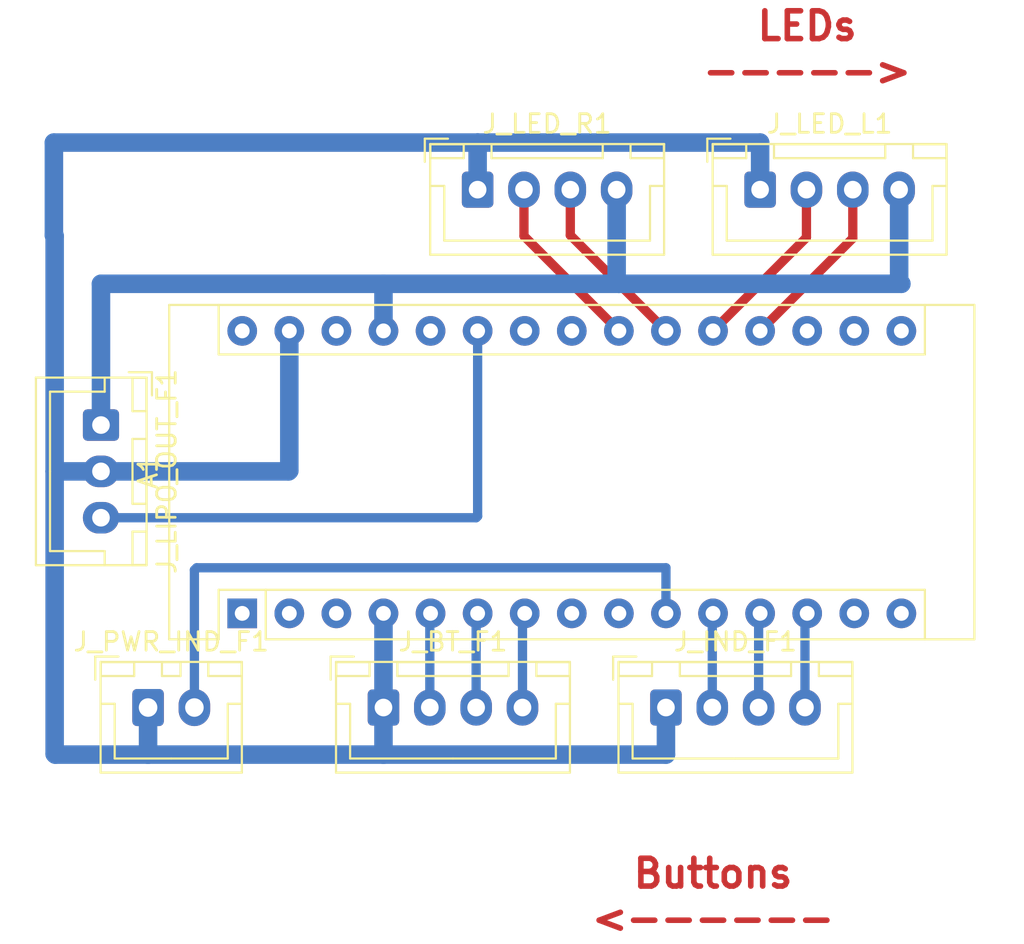
<source format=kicad_pcb>
(kicad_pcb (version 20171130) (host pcbnew "(5.1.0)-1")

  (general
    (thickness 1.6)
    (drawings 2)
    (tracks 58)
    (zones 0)
    (modules 7)
    (nets 30)
  )

  (page A4)
  (layers
    (0 F.Cu signal)
    (31 B.Cu signal)
    (32 B.Adhes user)
    (33 F.Adhes user)
    (34 B.Paste user)
    (35 F.Paste user)
    (36 B.SilkS user)
    (37 F.SilkS user)
    (38 B.Mask user)
    (39 F.Mask user)
    (40 Dwgs.User user)
    (41 Cmts.User user)
    (42 Eco1.User user)
    (43 Eco2.User user)
    (44 Edge.Cuts user)
    (45 Margin user)
    (46 B.CrtYd user)
    (47 F.CrtYd user)
    (48 B.Fab user)
    (49 F.Fab user)
  )

  (setup
    (last_trace_width 0.5)
    (user_trace_width 1)
    (trace_clearance 0.3)
    (zone_clearance 0.508)
    (zone_45_only no)
    (trace_min 0.2)
    (via_size 0.8)
    (via_drill 0.4)
    (via_min_size 0.4)
    (via_min_drill 0.3)
    (uvia_size 0.3)
    (uvia_drill 0.1)
    (uvias_allowed no)
    (uvia_min_size 0.2)
    (uvia_min_drill 0.1)
    (edge_width 0.05)
    (segment_width 0.2)
    (pcb_text_width 0.3)
    (pcb_text_size 1.5 1.5)
    (mod_edge_width 0.12)
    (mod_text_size 1 1)
    (mod_text_width 0.15)
    (pad_size 1.524 1.524)
    (pad_drill 0.762)
    (pad_to_mask_clearance 0.051)
    (solder_mask_min_width 0.25)
    (aux_axis_origin 0 0)
    (visible_elements FFFFFF7F)
    (pcbplotparams
      (layerselection 0x010fc_ffffffff)
      (usegerberextensions false)
      (usegerberattributes false)
      (usegerberadvancedattributes false)
      (creategerberjobfile false)
      (excludeedgelayer true)
      (linewidth 0.100000)
      (plotframeref false)
      (viasonmask false)
      (mode 1)
      (useauxorigin false)
      (hpglpennumber 1)
      (hpglpenspeed 20)
      (hpglpendiameter 15.000000)
      (psnegative false)
      (psa4output false)
      (plotreference true)
      (plotvalue true)
      (plotinvisibletext false)
      (padsonsilk false)
      (subtractmaskfromsilk false)
      (outputformat 1)
      (mirror false)
      (drillshape 1)
      (scaleselection 1)
      (outputdirectory ""))
  )

  (net 0 "")
  (net 1 "Net-(A1-Pad16)")
  (net 2 "Net-(A1-Pad15)")
  (net 3 "Net-(A1-Pad30)")
  (net 4 "Net-(A1-Pad14)")
  (net 5 GND)
  (net 6 BT_RIGHT_IND)
  (net 7 "Net-(A1-Pad28)")
  (net 8 BT_OFF_IND)
  (net 9 +5V)
  (net 10 BT_L_IND)
  (net 11 "Net-(A1-Pad26)")
  (net 12 PWR_IND)
  (net 13 BAT_V)
  (net 14 "Net-(A1-Pad9)")
  (net 15 "Net-(A1-Pad24)")
  (net 16 "Net-(A1-Pad8)")
  (net 17 "Net-(A1-Pad23)")
  (net 18 BT_RIGHT)
  (net 19 CLOCK_LEDS_R)
  (net 20 BT_OFF)
  (net 21 DATA_LEDS_R)
  (net 22 BT_L)
  (net 23 CLOCK_LEDS_L)
  (net 24 DATA_LEDS_L)
  (net 25 "Net-(A1-Pad3)")
  (net 26 "Net-(A1-Pad18)")
  (net 27 "Net-(A1-Pad2)")
  (net 28 "Net-(A1-Pad17)")
  (net 29 "Net-(A1-Pad1)")

  (net_class Default "This is the default net class."
    (clearance 0.3)
    (trace_width 0.5)
    (via_dia 0.8)
    (via_drill 0.4)
    (uvia_dia 0.3)
    (uvia_drill 0.1)
    (add_net BAT_V)
    (add_net BT_L)
    (add_net BT_L_IND)
    (add_net BT_OFF)
    (add_net BT_OFF_IND)
    (add_net BT_RIGHT)
    (add_net BT_RIGHT_IND)
    (add_net CLOCK_LEDS_L)
    (add_net CLOCK_LEDS_R)
    (add_net DATA_LEDS_L)
    (add_net DATA_LEDS_R)
    (add_net "Net-(A1-Pad1)")
    (add_net "Net-(A1-Pad14)")
    (add_net "Net-(A1-Pad15)")
    (add_net "Net-(A1-Pad16)")
    (add_net "Net-(A1-Pad17)")
    (add_net "Net-(A1-Pad18)")
    (add_net "Net-(A1-Pad2)")
    (add_net "Net-(A1-Pad23)")
    (add_net "Net-(A1-Pad24)")
    (add_net "Net-(A1-Pad26)")
    (add_net "Net-(A1-Pad28)")
    (add_net "Net-(A1-Pad3)")
    (add_net "Net-(A1-Pad30)")
    (add_net "Net-(A1-Pad8)")
    (add_net "Net-(A1-Pad9)")
    (add_net PWR_IND)
  )

  (net_class PWR ""
    (clearance 0.5)
    (trace_width 1)
    (via_dia 0.8)
    (via_drill 0.4)
    (uvia_dia 0.3)
    (uvia_drill 0.1)
    (add_net +5V)
    (add_net GND)
  )

  (module Connector_JST:JST_XH_B2B-XH-A_1x02_P2.50mm_Vertical (layer F.Cu) (tedit 5C28146C) (tstamp 6010A244)
    (at 86.36 147.32)
    (descr "JST XH series connector, B2B-XH-A (http://www.jst-mfg.com/product/pdf/eng/eXH.pdf), generated with kicad-footprint-generator")
    (tags "connector JST XH vertical")
    (path /6011230A)
    (fp_text reference J_PWR_IND_F1 (at 1.25 -3.55) (layer F.SilkS)
      (effects (font (size 1 1) (thickness 0.15)))
    )
    (fp_text value Conn_01x02_Female (at 1.25 4.6) (layer F.Fab)
      (effects (font (size 1 1) (thickness 0.15)))
    )
    (fp_text user %R (at 1.25 2.7) (layer F.Fab)
      (effects (font (size 1 1) (thickness 0.15)))
    )
    (fp_line (start -2.85 -2.75) (end -2.85 -1.5) (layer F.SilkS) (width 0.12))
    (fp_line (start -1.6 -2.75) (end -2.85 -2.75) (layer F.SilkS) (width 0.12))
    (fp_line (start 4.3 2.75) (end 1.25 2.75) (layer F.SilkS) (width 0.12))
    (fp_line (start 4.3 -0.2) (end 4.3 2.75) (layer F.SilkS) (width 0.12))
    (fp_line (start 5.05 -0.2) (end 4.3 -0.2) (layer F.SilkS) (width 0.12))
    (fp_line (start -1.8 2.75) (end 1.25 2.75) (layer F.SilkS) (width 0.12))
    (fp_line (start -1.8 -0.2) (end -1.8 2.75) (layer F.SilkS) (width 0.12))
    (fp_line (start -2.55 -0.2) (end -1.8 -0.2) (layer F.SilkS) (width 0.12))
    (fp_line (start 5.05 -2.45) (end 3.25 -2.45) (layer F.SilkS) (width 0.12))
    (fp_line (start 5.05 -1.7) (end 5.05 -2.45) (layer F.SilkS) (width 0.12))
    (fp_line (start 3.25 -1.7) (end 5.05 -1.7) (layer F.SilkS) (width 0.12))
    (fp_line (start 3.25 -2.45) (end 3.25 -1.7) (layer F.SilkS) (width 0.12))
    (fp_line (start -0.75 -2.45) (end -2.55 -2.45) (layer F.SilkS) (width 0.12))
    (fp_line (start -0.75 -1.7) (end -0.75 -2.45) (layer F.SilkS) (width 0.12))
    (fp_line (start -2.55 -1.7) (end -0.75 -1.7) (layer F.SilkS) (width 0.12))
    (fp_line (start -2.55 -2.45) (end -2.55 -1.7) (layer F.SilkS) (width 0.12))
    (fp_line (start 1.75 -2.45) (end 0.75 -2.45) (layer F.SilkS) (width 0.12))
    (fp_line (start 1.75 -1.7) (end 1.75 -2.45) (layer F.SilkS) (width 0.12))
    (fp_line (start 0.75 -1.7) (end 1.75 -1.7) (layer F.SilkS) (width 0.12))
    (fp_line (start 0.75 -2.45) (end 0.75 -1.7) (layer F.SilkS) (width 0.12))
    (fp_line (start 0 -1.35) (end 0.625 -2.35) (layer F.Fab) (width 0.1))
    (fp_line (start -0.625 -2.35) (end 0 -1.35) (layer F.Fab) (width 0.1))
    (fp_line (start 5.45 -2.85) (end -2.95 -2.85) (layer F.CrtYd) (width 0.05))
    (fp_line (start 5.45 3.9) (end 5.45 -2.85) (layer F.CrtYd) (width 0.05))
    (fp_line (start -2.95 3.9) (end 5.45 3.9) (layer F.CrtYd) (width 0.05))
    (fp_line (start -2.95 -2.85) (end -2.95 3.9) (layer F.CrtYd) (width 0.05))
    (fp_line (start 5.06 -2.46) (end -2.56 -2.46) (layer F.SilkS) (width 0.12))
    (fp_line (start 5.06 3.51) (end 5.06 -2.46) (layer F.SilkS) (width 0.12))
    (fp_line (start -2.56 3.51) (end 5.06 3.51) (layer F.SilkS) (width 0.12))
    (fp_line (start -2.56 -2.46) (end -2.56 3.51) (layer F.SilkS) (width 0.12))
    (fp_line (start 4.95 -2.35) (end -2.45 -2.35) (layer F.Fab) (width 0.1))
    (fp_line (start 4.95 3.4) (end 4.95 -2.35) (layer F.Fab) (width 0.1))
    (fp_line (start -2.45 3.4) (end 4.95 3.4) (layer F.Fab) (width 0.1))
    (fp_line (start -2.45 -2.35) (end -2.45 3.4) (layer F.Fab) (width 0.1))
    (pad 2 thru_hole oval (at 2.5 0) (size 1.7 2) (drill 1) (layers *.Cu *.Mask)
      (net 12 PWR_IND))
    (pad 1 thru_hole roundrect (at 0 0) (size 1.7 2) (drill 1) (layers *.Cu *.Mask) (roundrect_rratio 0.147059)
      (net 5 GND))
    (model ${KISYS3DMOD}/Connector_JST.3dshapes/JST_XH_B2B-XH-A_1x02_P2.50mm_Vertical.wrl
      (at (xyz 0 0 0))
      (scale (xyz 1 1 1))
      (rotate (xyz 0 0 0))
    )
  )

  (module Connector_JST:JST_XH_B3B-XH-A_1x03_P2.50mm_Vertical (layer F.Cu) (tedit 5C28146C) (tstamp 6010BB58)
    (at 83.82 132.08 270)
    (descr "JST XH series connector, B3B-XH-A (http://www.jst-mfg.com/product/pdf/eng/eXH.pdf), generated with kicad-footprint-generator")
    (tags "connector JST XH vertical")
    (path /6010F68E)
    (fp_text reference J_LIPO_OUT_F1 (at 2.5 -3.55 270) (layer F.SilkS)
      (effects (font (size 1 1) (thickness 0.15)))
    )
    (fp_text value Conn_01x03_Female (at 2.5 4.6 270) (layer F.Fab)
      (effects (font (size 1 1) (thickness 0.15)))
    )
    (fp_text user %R (at 0 -5.08 270) (layer F.Fab)
      (effects (font (size 1 1) (thickness 0.15)))
    )
    (fp_line (start -2.85 -2.75) (end -2.85 -1.5) (layer F.SilkS) (width 0.12))
    (fp_line (start -1.6 -2.75) (end -2.85 -2.75) (layer F.SilkS) (width 0.12))
    (fp_line (start 6.8 2.75) (end 2.5 2.75) (layer F.SilkS) (width 0.12))
    (fp_line (start 6.8 -0.2) (end 6.8 2.75) (layer F.SilkS) (width 0.12))
    (fp_line (start 7.55 -0.2) (end 6.8 -0.2) (layer F.SilkS) (width 0.12))
    (fp_line (start -1.8 2.75) (end 2.5 2.75) (layer F.SilkS) (width 0.12))
    (fp_line (start -1.8 -0.2) (end -1.8 2.75) (layer F.SilkS) (width 0.12))
    (fp_line (start -2.55 -0.2) (end -1.8 -0.2) (layer F.SilkS) (width 0.12))
    (fp_line (start 7.55 -2.45) (end 5.75 -2.45) (layer F.SilkS) (width 0.12))
    (fp_line (start 7.55 -1.7) (end 7.55 -2.45) (layer F.SilkS) (width 0.12))
    (fp_line (start 5.75 -1.7) (end 7.55 -1.7) (layer F.SilkS) (width 0.12))
    (fp_line (start 5.75 -2.45) (end 5.75 -1.7) (layer F.SilkS) (width 0.12))
    (fp_line (start -0.75 -2.45) (end -2.55 -2.45) (layer F.SilkS) (width 0.12))
    (fp_line (start -0.75 -1.7) (end -0.75 -2.45) (layer F.SilkS) (width 0.12))
    (fp_line (start -2.55 -1.7) (end -0.75 -1.7) (layer F.SilkS) (width 0.12))
    (fp_line (start -2.55 -2.45) (end -2.55 -1.7) (layer F.SilkS) (width 0.12))
    (fp_line (start 4.25 -2.45) (end 0.75 -2.45) (layer F.SilkS) (width 0.12))
    (fp_line (start 4.25 -1.7) (end 4.25 -2.45) (layer F.SilkS) (width 0.12))
    (fp_line (start 0.75 -1.7) (end 4.25 -1.7) (layer F.SilkS) (width 0.12))
    (fp_line (start 0.75 -2.45) (end 0.75 -1.7) (layer F.SilkS) (width 0.12))
    (fp_line (start 0 -1.35) (end 0.625 -2.35) (layer F.Fab) (width 0.1))
    (fp_line (start -0.625 -2.35) (end 0 -1.35) (layer F.Fab) (width 0.1))
    (fp_line (start 7.95 -2.85) (end -2.95 -2.85) (layer F.CrtYd) (width 0.05))
    (fp_line (start 7.95 3.9) (end 7.95 -2.85) (layer F.CrtYd) (width 0.05))
    (fp_line (start -2.95 3.9) (end 7.95 3.9) (layer F.CrtYd) (width 0.05))
    (fp_line (start -2.95 -2.85) (end -2.95 3.9) (layer F.CrtYd) (width 0.05))
    (fp_line (start 7.56 -2.46) (end -2.56 -2.46) (layer F.SilkS) (width 0.12))
    (fp_line (start 7.56 3.51) (end 7.56 -2.46) (layer F.SilkS) (width 0.12))
    (fp_line (start -2.56 3.51) (end 7.56 3.51) (layer F.SilkS) (width 0.12))
    (fp_line (start -2.56 -2.46) (end -2.56 3.51) (layer F.SilkS) (width 0.12))
    (fp_line (start 7.45 -2.35) (end -2.45 -2.35) (layer F.Fab) (width 0.1))
    (fp_line (start 7.45 3.4) (end 7.45 -2.35) (layer F.Fab) (width 0.1))
    (fp_line (start -2.45 3.4) (end 7.45 3.4) (layer F.Fab) (width 0.1))
    (fp_line (start -2.45 -2.35) (end -2.45 3.4) (layer F.Fab) (width 0.1))
    (pad 3 thru_hole oval (at 5 0 270) (size 1.7 1.95) (drill 0.95) (layers *.Cu *.Mask)
      (net 13 BAT_V))
    (pad 2 thru_hole oval (at 2.5 0 270) (size 1.7 1.95) (drill 0.95) (layers *.Cu *.Mask)
      (net 5 GND))
    (pad 1 thru_hole roundrect (at 0 0 270) (size 1.7 1.95) (drill 0.95) (layers *.Cu *.Mask) (roundrect_rratio 0.147059)
      (net 9 +5V))
    (model ${KISYS3DMOD}/Connector_JST.3dshapes/JST_XH_B3B-XH-A_1x03_P2.50mm_Vertical.wrl
      (at (xyz 0 0 0))
      (scale (xyz 1 1 1))
      (rotate (xyz 0 0 0))
    )
  )

  (module Connector_JST:JST_XH_B4B-XH-A_1x04_P2.50mm_Vertical (layer F.Cu) (tedit 5C28146C) (tstamp 6010A1F1)
    (at 104.14 119.38)
    (descr "JST XH series connector, B4B-XH-A (http://www.jst-mfg.com/product/pdf/eng/eXH.pdf), generated with kicad-footprint-generator")
    (tags "connector JST XH vertical")
    (path /600A0FBA)
    (fp_text reference J_LED_R1 (at 3.75 -3.55) (layer F.SilkS)
      (effects (font (size 1 1) (thickness 0.15)))
    )
    (fp_text value Conn_01x04_Female (at 3.75 4.6) (layer F.Fab)
      (effects (font (size 1 1) (thickness 0.15)))
    )
    (fp_text user %R (at 3.75 2.7) (layer F.Fab)
      (effects (font (size 1 1) (thickness 0.15)))
    )
    (fp_line (start -2.85 -2.75) (end -2.85 -1.5) (layer F.SilkS) (width 0.12))
    (fp_line (start -1.6 -2.75) (end -2.85 -2.75) (layer F.SilkS) (width 0.12))
    (fp_line (start 9.3 2.75) (end 3.75 2.75) (layer F.SilkS) (width 0.12))
    (fp_line (start 9.3 -0.2) (end 9.3 2.75) (layer F.SilkS) (width 0.12))
    (fp_line (start 10.05 -0.2) (end 9.3 -0.2) (layer F.SilkS) (width 0.12))
    (fp_line (start -1.8 2.75) (end 3.75 2.75) (layer F.SilkS) (width 0.12))
    (fp_line (start -1.8 -0.2) (end -1.8 2.75) (layer F.SilkS) (width 0.12))
    (fp_line (start -2.55 -0.2) (end -1.8 -0.2) (layer F.SilkS) (width 0.12))
    (fp_line (start 10.05 -2.45) (end 8.25 -2.45) (layer F.SilkS) (width 0.12))
    (fp_line (start 10.05 -1.7) (end 10.05 -2.45) (layer F.SilkS) (width 0.12))
    (fp_line (start 8.25 -1.7) (end 10.05 -1.7) (layer F.SilkS) (width 0.12))
    (fp_line (start 8.25 -2.45) (end 8.25 -1.7) (layer F.SilkS) (width 0.12))
    (fp_line (start -0.75 -2.45) (end -2.55 -2.45) (layer F.SilkS) (width 0.12))
    (fp_line (start -0.75 -1.7) (end -0.75 -2.45) (layer F.SilkS) (width 0.12))
    (fp_line (start -2.55 -1.7) (end -0.75 -1.7) (layer F.SilkS) (width 0.12))
    (fp_line (start -2.55 -2.45) (end -2.55 -1.7) (layer F.SilkS) (width 0.12))
    (fp_line (start 6.75 -2.45) (end 0.75 -2.45) (layer F.SilkS) (width 0.12))
    (fp_line (start 6.75 -1.7) (end 6.75 -2.45) (layer F.SilkS) (width 0.12))
    (fp_line (start 0.75 -1.7) (end 6.75 -1.7) (layer F.SilkS) (width 0.12))
    (fp_line (start 0.75 -2.45) (end 0.75 -1.7) (layer F.SilkS) (width 0.12))
    (fp_line (start 0 -1.35) (end 0.625 -2.35) (layer F.Fab) (width 0.1))
    (fp_line (start -0.625 -2.35) (end 0 -1.35) (layer F.Fab) (width 0.1))
    (fp_line (start 10.45 -2.85) (end -2.95 -2.85) (layer F.CrtYd) (width 0.05))
    (fp_line (start 10.45 3.9) (end 10.45 -2.85) (layer F.CrtYd) (width 0.05))
    (fp_line (start -2.95 3.9) (end 10.45 3.9) (layer F.CrtYd) (width 0.05))
    (fp_line (start -2.95 -2.85) (end -2.95 3.9) (layer F.CrtYd) (width 0.05))
    (fp_line (start 10.06 -2.46) (end -2.56 -2.46) (layer F.SilkS) (width 0.12))
    (fp_line (start 10.06 3.51) (end 10.06 -2.46) (layer F.SilkS) (width 0.12))
    (fp_line (start -2.56 3.51) (end 10.06 3.51) (layer F.SilkS) (width 0.12))
    (fp_line (start -2.56 -2.46) (end -2.56 3.51) (layer F.SilkS) (width 0.12))
    (fp_line (start 9.95 -2.35) (end -2.45 -2.35) (layer F.Fab) (width 0.1))
    (fp_line (start 9.95 3.4) (end 9.95 -2.35) (layer F.Fab) (width 0.1))
    (fp_line (start -2.45 3.4) (end 9.95 3.4) (layer F.Fab) (width 0.1))
    (fp_line (start -2.45 -2.35) (end -2.45 3.4) (layer F.Fab) (width 0.1))
    (pad 4 thru_hole oval (at 7.5 0) (size 1.7 1.95) (drill 0.95) (layers *.Cu *.Mask)
      (net 9 +5V))
    (pad 3 thru_hole oval (at 5 0) (size 1.7 1.95) (drill 0.95) (layers *.Cu *.Mask)
      (net 21 DATA_LEDS_R))
    (pad 2 thru_hole oval (at 2.5 0) (size 1.7 1.95) (drill 0.95) (layers *.Cu *.Mask)
      (net 19 CLOCK_LEDS_R))
    (pad 1 thru_hole roundrect (at 0 0) (size 1.7 1.95) (drill 0.95) (layers *.Cu *.Mask) (roundrect_rratio 0.147059)
      (net 5 GND))
    (model ${KISYS3DMOD}/Connector_JST.3dshapes/JST_XH_B4B-XH-A_1x04_P2.50mm_Vertical.wrl
      (at (xyz 0 0 0))
      (scale (xyz 1 1 1))
      (rotate (xyz 0 0 0))
    )
  )

  (module Connector_JST:JST_XH_B4B-XH-A_1x04_P2.50mm_Vertical (layer F.Cu) (tedit 5C28146C) (tstamp 6010A1C6)
    (at 119.38 119.38)
    (descr "JST XH series connector, B4B-XH-A (http://www.jst-mfg.com/product/pdf/eng/eXH.pdf), generated with kicad-footprint-generator")
    (tags "connector JST XH vertical")
    (path /6007A3E8)
    (fp_text reference J_LED_L1 (at 3.75 -3.55) (layer F.SilkS)
      (effects (font (size 1 1) (thickness 0.15)))
    )
    (fp_text value Conn_01x04_Female (at 3.75 4.6) (layer F.Fab)
      (effects (font (size 1 1) (thickness 0.15)))
    )
    (fp_text user %R (at 3.75 2.7) (layer F.Fab)
      (effects (font (size 1 1) (thickness 0.15)))
    )
    (fp_line (start -2.85 -2.75) (end -2.85 -1.5) (layer F.SilkS) (width 0.12))
    (fp_line (start -1.6 -2.75) (end -2.85 -2.75) (layer F.SilkS) (width 0.12))
    (fp_line (start 9.3 2.75) (end 3.75 2.75) (layer F.SilkS) (width 0.12))
    (fp_line (start 9.3 -0.2) (end 9.3 2.75) (layer F.SilkS) (width 0.12))
    (fp_line (start 10.05 -0.2) (end 9.3 -0.2) (layer F.SilkS) (width 0.12))
    (fp_line (start -1.8 2.75) (end 3.75 2.75) (layer F.SilkS) (width 0.12))
    (fp_line (start -1.8 -0.2) (end -1.8 2.75) (layer F.SilkS) (width 0.12))
    (fp_line (start -2.55 -0.2) (end -1.8 -0.2) (layer F.SilkS) (width 0.12))
    (fp_line (start 10.05 -2.45) (end 8.25 -2.45) (layer F.SilkS) (width 0.12))
    (fp_line (start 10.05 -1.7) (end 10.05 -2.45) (layer F.SilkS) (width 0.12))
    (fp_line (start 8.25 -1.7) (end 10.05 -1.7) (layer F.SilkS) (width 0.12))
    (fp_line (start 8.25 -2.45) (end 8.25 -1.7) (layer F.SilkS) (width 0.12))
    (fp_line (start -0.75 -2.45) (end -2.55 -2.45) (layer F.SilkS) (width 0.12))
    (fp_line (start -0.75 -1.7) (end -0.75 -2.45) (layer F.SilkS) (width 0.12))
    (fp_line (start -2.55 -1.7) (end -0.75 -1.7) (layer F.SilkS) (width 0.12))
    (fp_line (start -2.55 -2.45) (end -2.55 -1.7) (layer F.SilkS) (width 0.12))
    (fp_line (start 6.75 -2.45) (end 0.75 -2.45) (layer F.SilkS) (width 0.12))
    (fp_line (start 6.75 -1.7) (end 6.75 -2.45) (layer F.SilkS) (width 0.12))
    (fp_line (start 0.75 -1.7) (end 6.75 -1.7) (layer F.SilkS) (width 0.12))
    (fp_line (start 0.75 -2.45) (end 0.75 -1.7) (layer F.SilkS) (width 0.12))
    (fp_line (start 0 -1.35) (end 0.625 -2.35) (layer F.Fab) (width 0.1))
    (fp_line (start -0.625 -2.35) (end 0 -1.35) (layer F.Fab) (width 0.1))
    (fp_line (start 10.45 -2.85) (end -2.95 -2.85) (layer F.CrtYd) (width 0.05))
    (fp_line (start 10.45 3.9) (end 10.45 -2.85) (layer F.CrtYd) (width 0.05))
    (fp_line (start -2.95 3.9) (end 10.45 3.9) (layer F.CrtYd) (width 0.05))
    (fp_line (start -2.95 -2.85) (end -2.95 3.9) (layer F.CrtYd) (width 0.05))
    (fp_line (start 10.06 -2.46) (end -2.56 -2.46) (layer F.SilkS) (width 0.12))
    (fp_line (start 10.06 3.51) (end 10.06 -2.46) (layer F.SilkS) (width 0.12))
    (fp_line (start -2.56 3.51) (end 10.06 3.51) (layer F.SilkS) (width 0.12))
    (fp_line (start -2.56 -2.46) (end -2.56 3.51) (layer F.SilkS) (width 0.12))
    (fp_line (start 9.95 -2.35) (end -2.45 -2.35) (layer F.Fab) (width 0.1))
    (fp_line (start 9.95 3.4) (end 9.95 -2.35) (layer F.Fab) (width 0.1))
    (fp_line (start -2.45 3.4) (end 9.95 3.4) (layer F.Fab) (width 0.1))
    (fp_line (start -2.45 -2.35) (end -2.45 3.4) (layer F.Fab) (width 0.1))
    (pad 4 thru_hole oval (at 7.5 0) (size 1.7 1.95) (drill 0.95) (layers *.Cu *.Mask)
      (net 9 +5V))
    (pad 3 thru_hole oval (at 5 0) (size 1.7 1.95) (drill 0.95) (layers *.Cu *.Mask)
      (net 24 DATA_LEDS_L))
    (pad 2 thru_hole oval (at 2.5 0) (size 1.7 1.95) (drill 0.95) (layers *.Cu *.Mask)
      (net 23 CLOCK_LEDS_L))
    (pad 1 thru_hole roundrect (at 0 0) (size 1.7 1.95) (drill 0.95) (layers *.Cu *.Mask) (roundrect_rratio 0.147059)
      (net 5 GND))
    (model ${KISYS3DMOD}/Connector_JST.3dshapes/JST_XH_B4B-XH-A_1x04_P2.50mm_Vertical.wrl
      (at (xyz 0 0 0))
      (scale (xyz 1 1 1))
      (rotate (xyz 0 0 0))
    )
  )

  (module Connector_JST:JST_XH_B4B-XH-A_1x04_P2.50mm_Vertical (layer F.Cu) (tedit 5C28146C) (tstamp 6010A4CB)
    (at 114.3 147.32)
    (descr "JST XH series connector, B4B-XH-A (http://www.jst-mfg.com/product/pdf/eng/eXH.pdf), generated with kicad-footprint-generator")
    (tags "connector JST XH vertical")
    (path /60045245)
    (fp_text reference J_IND_F1 (at 3.75 -3.55) (layer F.SilkS)
      (effects (font (size 1 1) (thickness 0.15)))
    )
    (fp_text value Conn_01x04_Female (at 3.75 4.6) (layer F.Fab)
      (effects (font (size 1 1) (thickness 0.15)))
    )
    (fp_text user %R (at 3.75 2.7) (layer F.Fab)
      (effects (font (size 1 1) (thickness 0.15)))
    )
    (fp_line (start -2.85 -2.75) (end -2.85 -1.5) (layer F.SilkS) (width 0.12))
    (fp_line (start -1.6 -2.75) (end -2.85 -2.75) (layer F.SilkS) (width 0.12))
    (fp_line (start 9.3 2.75) (end 3.75 2.75) (layer F.SilkS) (width 0.12))
    (fp_line (start 9.3 -0.2) (end 9.3 2.75) (layer F.SilkS) (width 0.12))
    (fp_line (start 10.05 -0.2) (end 9.3 -0.2) (layer F.SilkS) (width 0.12))
    (fp_line (start -1.8 2.75) (end 3.75 2.75) (layer F.SilkS) (width 0.12))
    (fp_line (start -1.8 -0.2) (end -1.8 2.75) (layer F.SilkS) (width 0.12))
    (fp_line (start -2.55 -0.2) (end -1.8 -0.2) (layer F.SilkS) (width 0.12))
    (fp_line (start 10.05 -2.45) (end 8.25 -2.45) (layer F.SilkS) (width 0.12))
    (fp_line (start 10.05 -1.7) (end 10.05 -2.45) (layer F.SilkS) (width 0.12))
    (fp_line (start 8.25 -1.7) (end 10.05 -1.7) (layer F.SilkS) (width 0.12))
    (fp_line (start 8.25 -2.45) (end 8.25 -1.7) (layer F.SilkS) (width 0.12))
    (fp_line (start -0.75 -2.45) (end -2.55 -2.45) (layer F.SilkS) (width 0.12))
    (fp_line (start -0.75 -1.7) (end -0.75 -2.45) (layer F.SilkS) (width 0.12))
    (fp_line (start -2.55 -1.7) (end -0.75 -1.7) (layer F.SilkS) (width 0.12))
    (fp_line (start -2.55 -2.45) (end -2.55 -1.7) (layer F.SilkS) (width 0.12))
    (fp_line (start 6.75 -2.45) (end 0.75 -2.45) (layer F.SilkS) (width 0.12))
    (fp_line (start 6.75 -1.7) (end 6.75 -2.45) (layer F.SilkS) (width 0.12))
    (fp_line (start 0.75 -1.7) (end 6.75 -1.7) (layer F.SilkS) (width 0.12))
    (fp_line (start 0.75 -2.45) (end 0.75 -1.7) (layer F.SilkS) (width 0.12))
    (fp_line (start 0 -1.35) (end 0.625 -2.35) (layer F.Fab) (width 0.1))
    (fp_line (start -0.625 -2.35) (end 0 -1.35) (layer F.Fab) (width 0.1))
    (fp_line (start 10.45 -2.85) (end -2.95 -2.85) (layer F.CrtYd) (width 0.05))
    (fp_line (start 10.45 3.9) (end 10.45 -2.85) (layer F.CrtYd) (width 0.05))
    (fp_line (start -2.95 3.9) (end 10.45 3.9) (layer F.CrtYd) (width 0.05))
    (fp_line (start -2.95 -2.85) (end -2.95 3.9) (layer F.CrtYd) (width 0.05))
    (fp_line (start 10.06 -2.46) (end -2.56 -2.46) (layer F.SilkS) (width 0.12))
    (fp_line (start 10.06 3.51) (end 10.06 -2.46) (layer F.SilkS) (width 0.12))
    (fp_line (start -2.56 3.51) (end 10.06 3.51) (layer F.SilkS) (width 0.12))
    (fp_line (start -2.56 -2.46) (end -2.56 3.51) (layer F.SilkS) (width 0.12))
    (fp_line (start 9.95 -2.35) (end -2.45 -2.35) (layer F.Fab) (width 0.1))
    (fp_line (start 9.95 3.4) (end 9.95 -2.35) (layer F.Fab) (width 0.1))
    (fp_line (start -2.45 3.4) (end 9.95 3.4) (layer F.Fab) (width 0.1))
    (fp_line (start -2.45 -2.35) (end -2.45 3.4) (layer F.Fab) (width 0.1))
    (pad 4 thru_hole oval (at 7.5 0) (size 1.7 1.95) (drill 0.95) (layers *.Cu *.Mask)
      (net 6 BT_RIGHT_IND))
    (pad 3 thru_hole oval (at 5 0) (size 1.7 1.95) (drill 0.95) (layers *.Cu *.Mask)
      (net 8 BT_OFF_IND))
    (pad 2 thru_hole oval (at 2.5 0) (size 1.7 1.95) (drill 0.95) (layers *.Cu *.Mask)
      (net 10 BT_L_IND))
    (pad 1 thru_hole roundrect (at 0 0) (size 1.7 1.95) (drill 0.95) (layers *.Cu *.Mask) (roundrect_rratio 0.147059)
      (net 5 GND))
    (model ${KISYS3DMOD}/Connector_JST.3dshapes/JST_XH_B4B-XH-A_1x04_P2.50mm_Vertical.wrl
      (at (xyz 0 0 0))
      (scale (xyz 1 1 1))
      (rotate (xyz 0 0 0))
    )
  )

  (module Connector_JST:JST_XH_B4B-XH-A_1x04_P2.50mm_Vertical (layer F.Cu) (tedit 5C28146C) (tstamp 6010A170)
    (at 99.06 147.32)
    (descr "JST XH series connector, B4B-XH-A (http://www.jst-mfg.com/product/pdf/eng/eXH.pdf), generated with kicad-footprint-generator")
    (tags "connector JST XH vertical")
    (path /6004008A)
    (fp_text reference J_BT_F1 (at 3.75 -3.55) (layer F.SilkS)
      (effects (font (size 1 1) (thickness 0.15)))
    )
    (fp_text value Conn_01x04_Female (at 3.75 4.6) (layer F.Fab)
      (effects (font (size 1 1) (thickness 0.15)))
    )
    (fp_text user %R (at 3.75 2.7) (layer F.Fab)
      (effects (font (size 1 1) (thickness 0.15)))
    )
    (fp_line (start -2.85 -2.75) (end -2.85 -1.5) (layer F.SilkS) (width 0.12))
    (fp_line (start -1.6 -2.75) (end -2.85 -2.75) (layer F.SilkS) (width 0.12))
    (fp_line (start 9.3 2.75) (end 3.75 2.75) (layer F.SilkS) (width 0.12))
    (fp_line (start 9.3 -0.2) (end 9.3 2.75) (layer F.SilkS) (width 0.12))
    (fp_line (start 10.05 -0.2) (end 9.3 -0.2) (layer F.SilkS) (width 0.12))
    (fp_line (start -1.8 2.75) (end 3.75 2.75) (layer F.SilkS) (width 0.12))
    (fp_line (start -1.8 -0.2) (end -1.8 2.75) (layer F.SilkS) (width 0.12))
    (fp_line (start -2.55 -0.2) (end -1.8 -0.2) (layer F.SilkS) (width 0.12))
    (fp_line (start 10.05 -2.45) (end 8.25 -2.45) (layer F.SilkS) (width 0.12))
    (fp_line (start 10.05 -1.7) (end 10.05 -2.45) (layer F.SilkS) (width 0.12))
    (fp_line (start 8.25 -1.7) (end 10.05 -1.7) (layer F.SilkS) (width 0.12))
    (fp_line (start 8.25 -2.45) (end 8.25 -1.7) (layer F.SilkS) (width 0.12))
    (fp_line (start -0.75 -2.45) (end -2.55 -2.45) (layer F.SilkS) (width 0.12))
    (fp_line (start -0.75 -1.7) (end -0.75 -2.45) (layer F.SilkS) (width 0.12))
    (fp_line (start -2.55 -1.7) (end -0.75 -1.7) (layer F.SilkS) (width 0.12))
    (fp_line (start -2.55 -2.45) (end -2.55 -1.7) (layer F.SilkS) (width 0.12))
    (fp_line (start 6.75 -2.45) (end 0.75 -2.45) (layer F.SilkS) (width 0.12))
    (fp_line (start 6.75 -1.7) (end 6.75 -2.45) (layer F.SilkS) (width 0.12))
    (fp_line (start 0.75 -1.7) (end 6.75 -1.7) (layer F.SilkS) (width 0.12))
    (fp_line (start 0.75 -2.45) (end 0.75 -1.7) (layer F.SilkS) (width 0.12))
    (fp_line (start 0 -1.35) (end 0.625 -2.35) (layer F.Fab) (width 0.1))
    (fp_line (start -0.625 -2.35) (end 0 -1.35) (layer F.Fab) (width 0.1))
    (fp_line (start 10.45 -2.85) (end -2.95 -2.85) (layer F.CrtYd) (width 0.05))
    (fp_line (start 10.45 3.9) (end 10.45 -2.85) (layer F.CrtYd) (width 0.05))
    (fp_line (start -2.95 3.9) (end 10.45 3.9) (layer F.CrtYd) (width 0.05))
    (fp_line (start -2.95 -2.85) (end -2.95 3.9) (layer F.CrtYd) (width 0.05))
    (fp_line (start 10.06 -2.46) (end -2.56 -2.46) (layer F.SilkS) (width 0.12))
    (fp_line (start 10.06 3.51) (end 10.06 -2.46) (layer F.SilkS) (width 0.12))
    (fp_line (start -2.56 3.51) (end 10.06 3.51) (layer F.SilkS) (width 0.12))
    (fp_line (start -2.56 -2.46) (end -2.56 3.51) (layer F.SilkS) (width 0.12))
    (fp_line (start 9.95 -2.35) (end -2.45 -2.35) (layer F.Fab) (width 0.1))
    (fp_line (start 9.95 3.4) (end 9.95 -2.35) (layer F.Fab) (width 0.1))
    (fp_line (start -2.45 3.4) (end 9.95 3.4) (layer F.Fab) (width 0.1))
    (fp_line (start -2.45 -2.35) (end -2.45 3.4) (layer F.Fab) (width 0.1))
    (pad 4 thru_hole oval (at 7.5 0) (size 1.7 1.95) (drill 0.95) (layers *.Cu *.Mask)
      (net 18 BT_RIGHT))
    (pad 3 thru_hole oval (at 5 0) (size 1.7 1.95) (drill 0.95) (layers *.Cu *.Mask)
      (net 20 BT_OFF))
    (pad 2 thru_hole oval (at 2.5 0) (size 1.7 1.95) (drill 0.95) (layers *.Cu *.Mask)
      (net 22 BT_L))
    (pad 1 thru_hole roundrect (at 0 0) (size 1.7 1.95) (drill 0.95) (layers *.Cu *.Mask) (roundrect_rratio 0.147059)
      (net 5 GND))
    (model ${KISYS3DMOD}/Connector_JST.3dshapes/JST_XH_B4B-XH-A_1x04_P2.50mm_Vertical.wrl
      (at (xyz 0 0 0))
      (scale (xyz 1 1 1))
      (rotate (xyz 0 0 0))
    )
  )

  (module Module:Arduino_Nano (layer F.Cu) (tedit 58ACAF70) (tstamp 6010A145)
    (at 91.44 142.24 90)
    (descr "Arduino Nano, http://www.mouser.com/pdfdocs/Gravitech_Arduino_Nano3_0.pdf")
    (tags "Arduino Nano")
    (path /5FF3D92C)
    (fp_text reference A1 (at 7.62 -5.08 90) (layer F.SilkS)
      (effects (font (size 1 1) (thickness 0.15)))
    )
    (fp_text value Arduino_Nano_v3.x (at 8.89 19.05 180) (layer F.Fab)
      (effects (font (size 1 1) (thickness 0.15)))
    )
    (fp_line (start 16.75 42.16) (end -1.53 42.16) (layer F.CrtYd) (width 0.05))
    (fp_line (start 16.75 42.16) (end 16.75 -4.06) (layer F.CrtYd) (width 0.05))
    (fp_line (start -1.53 -4.06) (end -1.53 42.16) (layer F.CrtYd) (width 0.05))
    (fp_line (start -1.53 -4.06) (end 16.75 -4.06) (layer F.CrtYd) (width 0.05))
    (fp_line (start 16.51 -3.81) (end 16.51 39.37) (layer F.Fab) (width 0.1))
    (fp_line (start 0 -3.81) (end 16.51 -3.81) (layer F.Fab) (width 0.1))
    (fp_line (start -1.27 -2.54) (end 0 -3.81) (layer F.Fab) (width 0.1))
    (fp_line (start -1.27 39.37) (end -1.27 -2.54) (layer F.Fab) (width 0.1))
    (fp_line (start 16.51 39.37) (end -1.27 39.37) (layer F.Fab) (width 0.1))
    (fp_line (start 16.64 -3.94) (end -1.4 -3.94) (layer F.SilkS) (width 0.12))
    (fp_line (start 16.64 39.5) (end 16.64 -3.94) (layer F.SilkS) (width 0.12))
    (fp_line (start -1.4 39.5) (end 16.64 39.5) (layer F.SilkS) (width 0.12))
    (fp_line (start 3.81 41.91) (end 3.81 31.75) (layer F.Fab) (width 0.1))
    (fp_line (start 11.43 41.91) (end 3.81 41.91) (layer F.Fab) (width 0.1))
    (fp_line (start 11.43 31.75) (end 11.43 41.91) (layer F.Fab) (width 0.1))
    (fp_line (start 3.81 31.75) (end 11.43 31.75) (layer F.Fab) (width 0.1))
    (fp_line (start 1.27 36.83) (end -1.4 36.83) (layer F.SilkS) (width 0.12))
    (fp_line (start 1.27 1.27) (end 1.27 36.83) (layer F.SilkS) (width 0.12))
    (fp_line (start 1.27 1.27) (end -1.4 1.27) (layer F.SilkS) (width 0.12))
    (fp_line (start 13.97 36.83) (end 16.64 36.83) (layer F.SilkS) (width 0.12))
    (fp_line (start 13.97 -1.27) (end 13.97 36.83) (layer F.SilkS) (width 0.12))
    (fp_line (start 13.97 -1.27) (end 16.64 -1.27) (layer F.SilkS) (width 0.12))
    (fp_line (start -1.4 -3.94) (end -1.4 -1.27) (layer F.SilkS) (width 0.12))
    (fp_line (start -1.4 1.27) (end -1.4 39.5) (layer F.SilkS) (width 0.12))
    (fp_line (start 1.27 -1.27) (end -1.4 -1.27) (layer F.SilkS) (width 0.12))
    (fp_line (start 1.27 1.27) (end 1.27 -1.27) (layer F.SilkS) (width 0.12))
    (fp_text user %R (at 6.35 19.05 180) (layer F.Fab)
      (effects (font (size 1 1) (thickness 0.15)))
    )
    (pad 16 thru_hole oval (at 15.24 35.56 90) (size 1.6 1.6) (drill 0.8) (layers *.Cu *.Mask)
      (net 1 "Net-(A1-Pad16)"))
    (pad 15 thru_hole oval (at 0 35.56 90) (size 1.6 1.6) (drill 0.8) (layers *.Cu *.Mask)
      (net 2 "Net-(A1-Pad15)"))
    (pad 30 thru_hole oval (at 15.24 0 90) (size 1.6 1.6) (drill 0.8) (layers *.Cu *.Mask)
      (net 3 "Net-(A1-Pad30)"))
    (pad 14 thru_hole oval (at 0 33.02 90) (size 1.6 1.6) (drill 0.8) (layers *.Cu *.Mask)
      (net 4 "Net-(A1-Pad14)"))
    (pad 29 thru_hole oval (at 15.24 2.54 90) (size 1.6 1.6) (drill 0.8) (layers *.Cu *.Mask)
      (net 5 GND))
    (pad 13 thru_hole oval (at 0 30.48 90) (size 1.6 1.6) (drill 0.8) (layers *.Cu *.Mask)
      (net 6 BT_RIGHT_IND))
    (pad 28 thru_hole oval (at 15.24 5.08 90) (size 1.6 1.6) (drill 0.8) (layers *.Cu *.Mask)
      (net 7 "Net-(A1-Pad28)"))
    (pad 12 thru_hole oval (at 0 27.94 90) (size 1.6 1.6) (drill 0.8) (layers *.Cu *.Mask)
      (net 8 BT_OFF_IND))
    (pad 27 thru_hole oval (at 15.24 7.62 90) (size 1.6 1.6) (drill 0.8) (layers *.Cu *.Mask)
      (net 9 +5V))
    (pad 11 thru_hole oval (at 0 25.4 90) (size 1.6 1.6) (drill 0.8) (layers *.Cu *.Mask)
      (net 10 BT_L_IND))
    (pad 26 thru_hole oval (at 15.24 10.16 90) (size 1.6 1.6) (drill 0.8) (layers *.Cu *.Mask)
      (net 11 "Net-(A1-Pad26)"))
    (pad 10 thru_hole oval (at 0 22.86 90) (size 1.6 1.6) (drill 0.8) (layers *.Cu *.Mask)
      (net 12 PWR_IND))
    (pad 25 thru_hole oval (at 15.24 12.7 90) (size 1.6 1.6) (drill 0.8) (layers *.Cu *.Mask)
      (net 13 BAT_V))
    (pad 9 thru_hole oval (at 0 20.32 90) (size 1.6 1.6) (drill 0.8) (layers *.Cu *.Mask)
      (net 14 "Net-(A1-Pad9)"))
    (pad 24 thru_hole oval (at 15.24 15.24 90) (size 1.6 1.6) (drill 0.8) (layers *.Cu *.Mask)
      (net 15 "Net-(A1-Pad24)"))
    (pad 8 thru_hole oval (at 0 17.78 90) (size 1.6 1.6) (drill 0.8) (layers *.Cu *.Mask)
      (net 16 "Net-(A1-Pad8)"))
    (pad 23 thru_hole oval (at 15.24 17.78 90) (size 1.6 1.6) (drill 0.8) (layers *.Cu *.Mask)
      (net 17 "Net-(A1-Pad23)"))
    (pad 7 thru_hole oval (at 0 15.24 90) (size 1.6 1.6) (drill 0.8) (layers *.Cu *.Mask)
      (net 18 BT_RIGHT))
    (pad 22 thru_hole oval (at 15.24 20.32 90) (size 1.6 1.6) (drill 0.8) (layers *.Cu *.Mask)
      (net 19 CLOCK_LEDS_R))
    (pad 6 thru_hole oval (at 0 12.7 90) (size 1.6 1.6) (drill 0.8) (layers *.Cu *.Mask)
      (net 20 BT_OFF))
    (pad 21 thru_hole oval (at 15.24 22.86 90) (size 1.6 1.6) (drill 0.8) (layers *.Cu *.Mask)
      (net 21 DATA_LEDS_R))
    (pad 5 thru_hole oval (at 0 10.16 90) (size 1.6 1.6) (drill 0.8) (layers *.Cu *.Mask)
      (net 22 BT_L))
    (pad 20 thru_hole oval (at 15.24 25.4 90) (size 1.6 1.6) (drill 0.8) (layers *.Cu *.Mask)
      (net 23 CLOCK_LEDS_L))
    (pad 4 thru_hole oval (at 0 7.62 90) (size 1.6 1.6) (drill 0.8) (layers *.Cu *.Mask)
      (net 5 GND))
    (pad 19 thru_hole oval (at 15.24 27.94 90) (size 1.6 1.6) (drill 0.8) (layers *.Cu *.Mask)
      (net 24 DATA_LEDS_L))
    (pad 3 thru_hole oval (at 0 5.08 90) (size 1.6 1.6) (drill 0.8) (layers *.Cu *.Mask)
      (net 25 "Net-(A1-Pad3)"))
    (pad 18 thru_hole oval (at 15.24 30.48 90) (size 1.6 1.6) (drill 0.8) (layers *.Cu *.Mask)
      (net 26 "Net-(A1-Pad18)"))
    (pad 2 thru_hole oval (at 0 2.54 90) (size 1.6 1.6) (drill 0.8) (layers *.Cu *.Mask)
      (net 27 "Net-(A1-Pad2)"))
    (pad 17 thru_hole oval (at 15.24 33.02 90) (size 1.6 1.6) (drill 0.8) (layers *.Cu *.Mask)
      (net 28 "Net-(A1-Pad17)"))
    (pad 1 thru_hole rect (at 0 0 90) (size 1.6 1.6) (drill 0.8) (layers *.Cu *.Mask)
      (net 29 "Net-(A1-Pad1)"))
    (model ${KISYS3DMOD}/Module.3dshapes/Arduino_Nano_WithMountingHoles.wrl
      (at (xyz 0 0 0))
      (scale (xyz 1 1 1))
      (rotate (xyz 0 0 0))
    )
  )

  (gr_text "Buttons\n<------" (at 116.84 157.48) (layer F.Cu)
    (effects (font (size 1.5 1.5) (thickness 0.3)))
  )
  (gr_text "LEDs\n----->" (at 121.92 111.76) (layer F.Cu)
    (effects (font (size 1.5 1.5) (thickness 0.3)))
  )

  (segment (start 99.06 147.32) (end 99.06 142.24) (width 1) (layer B.Cu) (net 5))
  (segment (start 114.3 147.32) (end 114.3 149.86) (width 1) (layer B.Cu) (net 5))
  (segment (start 114.3 149.86) (end 99.06 149.86) (width 1) (layer B.Cu) (net 5))
  (segment (start 99.06 149.86) (end 99.06 147.32) (width 1) (layer B.Cu) (net 5))
  (segment (start 93.94 126.96) (end 93.98 127) (width 1) (layer B.Cu) (net 5))
  (segment (start 96.52 149.86) (end 99.06 149.86) (width 1) (layer B.Cu) (net 5))
  (segment (start 83.82 134.58) (end 81.32 134.58) (width 1) (layer B.Cu) (net 5))
  (segment (start 81.32 121.88) (end 81.28 121.84) (width 1) (layer B.Cu) (net 5))
  (segment (start 81.32 134.58) (end 81.32 121.88) (width 1) (layer B.Cu) (net 5))
  (segment (start 81.28 121.84) (end 81.28 116.84) (width 1) (layer B.Cu) (net 5))
  (segment (start 81.28 116.84) (end 104.14 116.84) (width 1) (layer B.Cu) (net 5))
  (segment (start 104.14 116.84) (end 104.14 119.38) (width 1) (layer B.Cu) (net 5))
  (segment (start 104.14 116.84) (end 119.38 116.84) (width 1) (layer B.Cu) (net 5))
  (segment (start 119.38 116.84) (end 119.38 119.38) (width 1) (layer B.Cu) (net 5))
  (segment (start 81.32 134.58) (end 81.32 149.82) (width 1) (layer B.Cu) (net 5))
  (segment (start 81.32 149.82) (end 81.36 149.86) (width 1) (layer B.Cu) (net 5))
  (segment (start 83.82 134.58) (end 93.94 134.58) (width 1) (layer B.Cu) (net 5))
  (segment (start 93.98 134.54) (end 93.98 127) (width 1) (layer B.Cu) (net 5))
  (segment (start 93.94 134.58) (end 93.98 134.54) (width 1) (layer B.Cu) (net 5))
  (segment (start 86.36 149.86) (end 86.36 147.32) (width 1) (layer B.Cu) (net 5))
  (segment (start 81.36 149.86) (end 86.36 149.86) (width 1) (layer B.Cu) (net 5))
  (segment (start 86.36 149.86) (end 96.52 149.86) (width 1) (layer B.Cu) (net 5))
  (segment (start 121.8 142.36) (end 121.92 142.24) (width 0.5) (layer B.Cu) (net 6))
  (segment (start 121.8 147.32) (end 121.8 142.36) (width 0.5) (layer B.Cu) (net 6))
  (segment (start 119.3 142.32) (end 119.38 142.24) (width 0.5) (layer B.Cu) (net 8))
  (segment (start 119.3 147.32) (end 119.3 142.32) (width 0.5) (layer B.Cu) (net 8))
  (segment (start 83.82 132.08) (end 83.82 124.46) (width 1) (layer B.Cu) (net 9))
  (segment (start 111.64 124.34) (end 111.64 119.38) (width 1) (layer B.Cu) (net 9))
  (segment (start 111.76 124.46) (end 111.64 124.34) (width 1) (layer B.Cu) (net 9))
  (segment (start 111.76 124.46) (end 127 124.46) (width 1) (layer B.Cu) (net 9))
  (segment (start 126.88 124.34) (end 126.88 119.38) (width 1) (layer B.Cu) (net 9))
  (segment (start 127 124.46) (end 126.88 124.34) (width 1) (layer B.Cu) (net 9))
  (segment (start 99.06 124.46) (end 99.06 127) (width 1) (layer B.Cu) (net 9))
  (segment (start 83.82 124.46) (end 99.06 124.46) (width 1) (layer B.Cu) (net 9))
  (segment (start 99.06 124.46) (end 111.76 124.46) (width 1) (layer B.Cu) (net 9))
  (segment (start 116.8 142.28) (end 116.84 142.24) (width 0.5) (layer B.Cu) (net 10))
  (segment (start 116.8 147.32) (end 116.8 142.28) (width 0.5) (layer B.Cu) (net 10))
  (segment (start 114.3 139.78) (end 114.3 142.24) (width 0.5) (layer B.Cu) (net 12))
  (segment (start 114.3 139.78) (end 88.98 139.78) (width 0.5) (layer B.Cu) (net 12))
  (segment (start 88.86 139.9) (end 88.86 147.32) (width 0.5) (layer B.Cu) (net 12))
  (segment (start 88.98 139.78) (end 88.86 139.9) (width 0.5) (layer B.Cu) (net 12))
  (segment (start 83.82 137.08) (end 104.06 137.08) (width 0.5) (layer B.Cu) (net 13))
  (segment (start 104.14 137) (end 104.14 127) (width 0.5) (layer B.Cu) (net 13))
  (segment (start 104.06 137.08) (end 104.14 137) (width 0.5) (layer B.Cu) (net 13))
  (segment (start 106.56 142.36) (end 106.68 142.24) (width 0.5) (layer B.Cu) (net 18))
  (segment (start 106.56 147.32) (end 106.56 142.36) (width 0.5) (layer B.Cu) (net 18))
  (segment (start 106.64 121.88) (end 111.76 127) (width 0.5) (layer F.Cu) (net 19))
  (segment (start 106.64 119.38) (end 106.64 121.88) (width 0.5) (layer F.Cu) (net 19))
  (segment (start 104.06 142.32) (end 104.14 142.24) (width 0.5) (layer B.Cu) (net 20))
  (segment (start 104.06 147.32) (end 104.06 142.32) (width 0.5) (layer B.Cu) (net 20))
  (segment (start 109.14 121.84) (end 114.3 127) (width 0.5) (layer F.Cu) (net 21))
  (segment (start 109.14 119.38) (end 109.14 121.84) (width 0.5) (layer F.Cu) (net 21))
  (segment (start 101.56 142.28) (end 101.6 142.24) (width 0.5) (layer B.Cu) (net 22))
  (segment (start 101.56 147.32) (end 101.56 142.28) (width 0.5) (layer B.Cu) (net 22))
  (segment (start 121.88 119.38) (end 121.88 121.96) (width 0.5) (layer F.Cu) (net 23))
  (segment (start 121.88 121.96) (end 116.84 127) (width 0.5) (layer F.Cu) (net 23))
  (segment (start 124.38 122) (end 119.38 127) (width 0.5) (layer F.Cu) (net 24))
  (segment (start 124.38 119.38) (end 124.38 122) (width 0.5) (layer F.Cu) (net 24))

)

</source>
